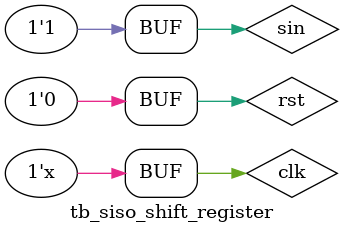
<source format=v>
module siso_shift_register (clk,rst,sin,sout);
input clk,rst,sin;
output reg sout;
reg [3:0] shift_reg;
always @(posedge clk or posedge rst) begin
if (rst)
shift_reg <= 4'b0000;   
else begin
shift_reg <= {shift_reg[2:0], sin}; 
end
end
always @(*) begin
sout = shift_reg[3]; 
end
endmodule
////test bench////
module tb_siso_shift_register();
reg clk,rst,sin;
wire sout;
siso_shift_register s1(clk,rst,sin,sout);
always #5 clk = ~clk; 
initial begin 
clk = 0;
rst = 1;
sin = 0; #10;
rst = 0;
sin = 1; #10;
sin = 0; #10;
sin = 1; #10;
sin = 1;
end
endmodule

</source>
